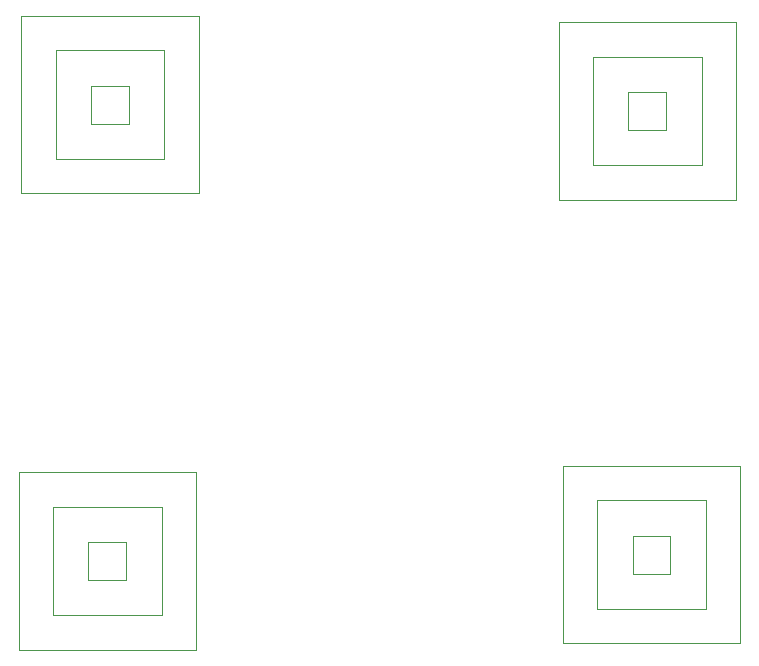
<source format=gbr>
%TF.GenerationSoftware,KiCad,Pcbnew,(6.0.8-1)-1*%
%TF.CreationDate,2022-11-01T16:04:11-07:00*%
%TF.ProjectId,11:1_cuts,31313a31-5f63-4757-9473-2e6b69636164,rev?*%
%TF.SameCoordinates,Original*%
%TF.FileFunction,OtherDrawing,Comment*%
%FSLAX46Y46*%
G04 Gerber Fmt 4.6, Leading zero omitted, Abs format (unit mm)*
G04 Created by KiCad (PCBNEW (6.0.8-1)-1) date 2022-11-01 16:04:11*
%MOMM*%
%LPD*%
G01*
G04 APERTURE LIST*
%ADD10C,0.100000*%
G04 APERTURE END LIST*
D10*
X105196875Y-74596875D02*
X105196875Y-77803125D01*
X108403125Y-77803125D02*
X108403125Y-74596875D01*
X102196875Y-71596875D02*
X102196875Y-80803125D01*
X114300000Y-83700000D02*
X114300000Y-68700000D01*
X105196875Y-77803125D02*
X108403125Y-77803125D01*
X99300000Y-83700000D02*
X114300000Y-83700000D01*
X111403125Y-71596875D02*
X102196875Y-71596875D01*
X108403125Y-74596875D02*
X105196875Y-74596875D01*
X99300000Y-68700000D02*
X99300000Y-83700000D01*
X111403125Y-80803125D02*
X111403125Y-71596875D01*
X114300000Y-68700000D02*
X99300000Y-68700000D01*
X114300000Y-68700000D02*
X99300000Y-68700000D01*
X114300000Y-83700000D02*
X114300000Y-68700000D01*
X99300000Y-83700000D02*
X114300000Y-83700000D01*
X99300000Y-68700000D02*
X99300000Y-83700000D01*
X102196875Y-80803125D02*
X111403125Y-80803125D01*
X59116875Y-75120000D02*
X59116875Y-78326250D01*
X62323125Y-78326250D02*
X62323125Y-75120000D01*
X56116875Y-72120000D02*
X56116875Y-81326250D01*
X68220000Y-84223125D02*
X68220000Y-69223125D01*
X59116875Y-78326250D02*
X62323125Y-78326250D01*
X53220000Y-84223125D02*
X68220000Y-84223125D01*
X65323125Y-72120000D02*
X56116875Y-72120000D01*
X62323125Y-75120000D02*
X59116875Y-75120000D01*
X53220000Y-69223125D02*
X53220000Y-84223125D01*
X65323125Y-81326250D02*
X65323125Y-72120000D01*
X68220000Y-69223125D02*
X53220000Y-69223125D01*
X68220000Y-69223125D02*
X53220000Y-69223125D01*
X68220000Y-84223125D02*
X68220000Y-69223125D01*
X53220000Y-84223125D02*
X68220000Y-84223125D01*
X53220000Y-69223125D02*
X53220000Y-84223125D01*
X56116875Y-81326250D02*
X65323125Y-81326250D01*
X104836875Y-37020000D02*
X104836875Y-40226250D01*
X108043125Y-40226250D02*
X108043125Y-37020000D01*
X101836875Y-34020000D02*
X101836875Y-43226250D01*
X113940000Y-46123125D02*
X113940000Y-31123125D01*
X104836875Y-40226250D02*
X108043125Y-40226250D01*
X98940000Y-46123125D02*
X113940000Y-46123125D01*
X111043125Y-34020000D02*
X101836875Y-34020000D01*
X108043125Y-37020000D02*
X104836875Y-37020000D01*
X98940000Y-31123125D02*
X98940000Y-46123125D01*
X111043125Y-43226250D02*
X111043125Y-34020000D01*
X113940000Y-31123125D02*
X98940000Y-31123125D01*
X113940000Y-31123125D02*
X98940000Y-31123125D01*
X113940000Y-46123125D02*
X113940000Y-31123125D01*
X98940000Y-46123125D02*
X113940000Y-46123125D01*
X98940000Y-31123125D02*
X98940000Y-46123125D01*
X101836875Y-43226250D02*
X111043125Y-43226250D01*
X59356875Y-36496875D02*
X59356875Y-39703125D01*
X62563125Y-36496875D02*
X59356875Y-36496875D01*
X62563125Y-39703125D02*
X62563125Y-36496875D01*
X59356875Y-39703125D02*
X62563125Y-39703125D01*
X56356875Y-33496875D02*
X56356875Y-42703125D01*
X65563125Y-33496875D02*
X56356875Y-33496875D01*
X65563125Y-42703125D02*
X65563125Y-33496875D01*
X56356875Y-42703125D02*
X65563125Y-42703125D01*
X53460000Y-30600000D02*
X53460000Y-45600000D01*
X68460000Y-30600000D02*
X53460000Y-30600000D01*
X68460000Y-45600000D02*
X68460000Y-30600000D01*
X53460000Y-45600000D02*
X68460000Y-45600000D01*
X53460000Y-30600000D02*
X53460000Y-45600000D01*
X68460000Y-30600000D02*
X53460000Y-30600000D01*
X68460000Y-45600000D02*
X68460000Y-30600000D01*
X53460000Y-45600000D02*
X68460000Y-45600000D01*
M02*

</source>
